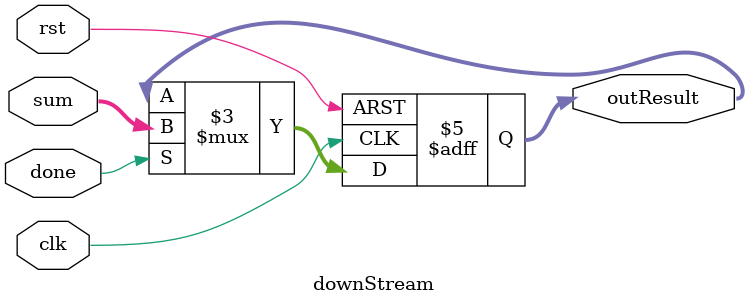
<source format=sv>
module downStream
	(
		input logic clk, rst, done,
		input logic[15:0] sum,
		output logic[15:0] outResult
	);

	always_ff@(posedge clk, negedge rst)
		if(~rst) outResult <= 0;
		else if(done) outResult <= sum;
endmodule: downStream
</source>
